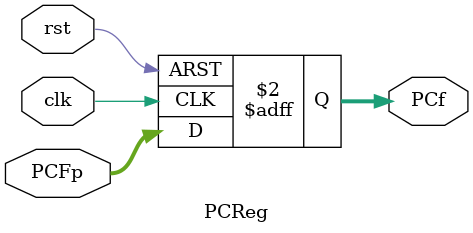
<source format=sv>
module PCReg #(
    DATA_WIDTH = 32
) (
    input   logic [DATA_WIDTH-1:0]  PCFp,
    input   logic                   clk,
    input   logic                   rst,
    output  logic [DATA_WIDTH-1:0]  PCf
);  

    always_ff @ (posedge clk, posedge rst)
        if (rst)
            PCf <= 32'b0;
        else
            PCf <= PCFp;

endmodule

</source>
